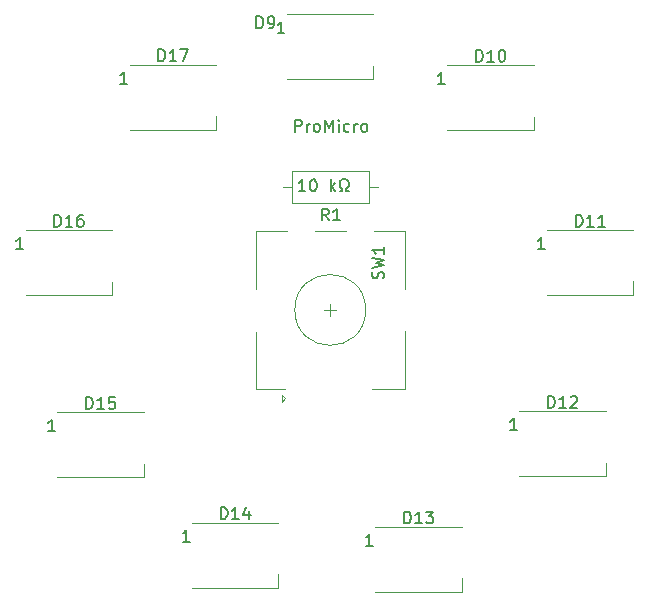
<source format=gto>
G04 #@! TF.GenerationSoftware,KiCad,Pcbnew,(6.0.0)*
G04 #@! TF.CreationDate,2021-12-30T22:01:47+01:00*
G04 #@! TF.ProjectId,VolumeKnob,566f6c75-6d65-44b6-9e6f-622e6b696361,rev?*
G04 #@! TF.SameCoordinates,Original*
G04 #@! TF.FileFunction,Legend,Top*
G04 #@! TF.FilePolarity,Positive*
%FSLAX46Y46*%
G04 Gerber Fmt 4.6, Leading zero omitted, Abs format (unit mm)*
G04 Created by KiCad (PCBNEW (6.0.0)) date 2021-12-30 22:01:47*
%MOMM*%
%LPD*%
G01*
G04 APERTURE LIST*
%ADD10C,0.150000*%
%ADD11C,0.120000*%
G04 APERTURE END LIST*
D10*
G04 #@! TO.C,U1*
X95966190Y-79142380D02*
X95966190Y-78142380D01*
X96347142Y-78142380D01*
X96442380Y-78190000D01*
X96490000Y-78237619D01*
X96537619Y-78332857D01*
X96537619Y-78475714D01*
X96490000Y-78570952D01*
X96442380Y-78618571D01*
X96347142Y-78666190D01*
X95966190Y-78666190D01*
X96966190Y-79142380D02*
X96966190Y-78475714D01*
X96966190Y-78666190D02*
X97013809Y-78570952D01*
X97061428Y-78523333D01*
X97156666Y-78475714D01*
X97251904Y-78475714D01*
X97728095Y-79142380D02*
X97632857Y-79094761D01*
X97585238Y-79047142D01*
X97537619Y-78951904D01*
X97537619Y-78666190D01*
X97585238Y-78570952D01*
X97632857Y-78523333D01*
X97728095Y-78475714D01*
X97870952Y-78475714D01*
X97966190Y-78523333D01*
X98013809Y-78570952D01*
X98061428Y-78666190D01*
X98061428Y-78951904D01*
X98013809Y-79047142D01*
X97966190Y-79094761D01*
X97870952Y-79142380D01*
X97728095Y-79142380D01*
X98490000Y-79142380D02*
X98490000Y-78142380D01*
X98823333Y-78856666D01*
X99156666Y-78142380D01*
X99156666Y-79142380D01*
X99632857Y-79142380D02*
X99632857Y-78475714D01*
X99632857Y-78142380D02*
X99585238Y-78190000D01*
X99632857Y-78237619D01*
X99680476Y-78190000D01*
X99632857Y-78142380D01*
X99632857Y-78237619D01*
X100537619Y-79094761D02*
X100442380Y-79142380D01*
X100251904Y-79142380D01*
X100156666Y-79094761D01*
X100109047Y-79047142D01*
X100061428Y-78951904D01*
X100061428Y-78666190D01*
X100109047Y-78570952D01*
X100156666Y-78523333D01*
X100251904Y-78475714D01*
X100442380Y-78475714D01*
X100537619Y-78523333D01*
X100966190Y-79142380D02*
X100966190Y-78475714D01*
X100966190Y-78666190D02*
X101013809Y-78570952D01*
X101061428Y-78523333D01*
X101156666Y-78475714D01*
X101251904Y-78475714D01*
X101728095Y-79142380D02*
X101632857Y-79094761D01*
X101585238Y-79047142D01*
X101537619Y-78951904D01*
X101537619Y-78666190D01*
X101585238Y-78570952D01*
X101632857Y-78523333D01*
X101728095Y-78475714D01*
X101870952Y-78475714D01*
X101966190Y-78523333D01*
X102013809Y-78570952D01*
X102061428Y-78666190D01*
X102061428Y-78951904D01*
X102013809Y-79047142D01*
X101966190Y-79094761D01*
X101870952Y-79142380D01*
X101728095Y-79142380D01*
G04 #@! TO.C,R1*
X98793333Y-86652380D02*
X98460000Y-86176190D01*
X98221904Y-86652380D02*
X98221904Y-85652380D01*
X98602857Y-85652380D01*
X98698095Y-85700000D01*
X98745714Y-85747619D01*
X98793333Y-85842857D01*
X98793333Y-85985714D01*
X98745714Y-86080952D01*
X98698095Y-86128571D01*
X98602857Y-86176190D01*
X98221904Y-86176190D01*
X99745714Y-86652380D02*
X99174285Y-86652380D01*
X99460000Y-86652380D02*
X99460000Y-85652380D01*
X99364761Y-85795238D01*
X99269523Y-85890476D01*
X99174285Y-85938095D01*
X96821428Y-84182380D02*
X96250000Y-84182380D01*
X96535714Y-84182380D02*
X96535714Y-83182380D01*
X96440476Y-83325238D01*
X96345238Y-83420476D01*
X96250000Y-83468095D01*
X97440476Y-83182380D02*
X97535714Y-83182380D01*
X97630952Y-83230000D01*
X97678571Y-83277619D01*
X97726190Y-83372857D01*
X97773809Y-83563333D01*
X97773809Y-83801428D01*
X97726190Y-83991904D01*
X97678571Y-84087142D01*
X97630952Y-84134761D01*
X97535714Y-84182380D01*
X97440476Y-84182380D01*
X97345238Y-84134761D01*
X97297619Y-84087142D01*
X97250000Y-83991904D01*
X97202380Y-83801428D01*
X97202380Y-83563333D01*
X97250000Y-83372857D01*
X97297619Y-83277619D01*
X97345238Y-83230000D01*
X97440476Y-83182380D01*
X98964285Y-84182380D02*
X98964285Y-83182380D01*
X99059523Y-83801428D02*
X99345238Y-84182380D01*
X99345238Y-83515714D02*
X98964285Y-83896666D01*
X99726190Y-84182380D02*
X99964285Y-84182380D01*
X99964285Y-83991904D01*
X99869047Y-83944285D01*
X99773809Y-83849047D01*
X99726190Y-83706190D01*
X99726190Y-83468095D01*
X99773809Y-83325238D01*
X99869047Y-83230000D01*
X100011904Y-83182380D01*
X100202380Y-83182380D01*
X100345238Y-83230000D01*
X100440476Y-83325238D01*
X100488095Y-83468095D01*
X100488095Y-83706190D01*
X100440476Y-83849047D01*
X100345238Y-83944285D01*
X100250000Y-83991904D01*
X100250000Y-84182380D01*
X100488095Y-84182380D01*
G04 #@! TO.C,SW1*
X103434761Y-91563333D02*
X103482380Y-91420476D01*
X103482380Y-91182380D01*
X103434761Y-91087142D01*
X103387142Y-91039523D01*
X103291904Y-90991904D01*
X103196666Y-90991904D01*
X103101428Y-91039523D01*
X103053809Y-91087142D01*
X103006190Y-91182380D01*
X102958571Y-91372857D01*
X102910952Y-91468095D01*
X102863333Y-91515714D01*
X102768095Y-91563333D01*
X102672857Y-91563333D01*
X102577619Y-91515714D01*
X102530000Y-91468095D01*
X102482380Y-91372857D01*
X102482380Y-91134761D01*
X102530000Y-90991904D01*
X102482380Y-90658571D02*
X103482380Y-90420476D01*
X102768095Y-90230000D01*
X103482380Y-90039523D01*
X102482380Y-89801428D01*
X103482380Y-88896666D02*
X103482380Y-89468095D01*
X103482380Y-89182380D02*
X102482380Y-89182380D01*
X102625238Y-89277619D01*
X102720476Y-89372857D01*
X102768095Y-89468095D01*
G04 #@! TO.C,D9*
X92681904Y-70382380D02*
X92681904Y-69382380D01*
X92920000Y-69382380D01*
X93062857Y-69430000D01*
X93158095Y-69525238D01*
X93205714Y-69620476D01*
X93253333Y-69810952D01*
X93253333Y-69953809D01*
X93205714Y-70144285D01*
X93158095Y-70239523D01*
X93062857Y-70334761D01*
X92920000Y-70382380D01*
X92681904Y-70382380D01*
X93729523Y-70382380D02*
X93920000Y-70382380D01*
X94015238Y-70334761D01*
X94062857Y-70287142D01*
X94158095Y-70144285D01*
X94205714Y-69953809D01*
X94205714Y-69572857D01*
X94158095Y-69477619D01*
X94110476Y-69430000D01*
X94015238Y-69382380D01*
X93824761Y-69382380D01*
X93729523Y-69430000D01*
X93681904Y-69477619D01*
X93634285Y-69572857D01*
X93634285Y-69810952D01*
X93681904Y-69906190D01*
X93729523Y-69953809D01*
X93824761Y-70001428D01*
X94015238Y-70001428D01*
X94110476Y-69953809D01*
X94158095Y-69906190D01*
X94205714Y-69810952D01*
X95055714Y-70822380D02*
X94484285Y-70822380D01*
X94770000Y-70822380D02*
X94770000Y-69822380D01*
X94674761Y-69965238D01*
X94579523Y-70060476D01*
X94484285Y-70108095D01*
G04 #@! TO.C,D10*
X111275714Y-73212380D02*
X111275714Y-72212380D01*
X111513809Y-72212380D01*
X111656666Y-72260000D01*
X111751904Y-72355238D01*
X111799523Y-72450476D01*
X111847142Y-72640952D01*
X111847142Y-72783809D01*
X111799523Y-72974285D01*
X111751904Y-73069523D01*
X111656666Y-73164761D01*
X111513809Y-73212380D01*
X111275714Y-73212380D01*
X112799523Y-73212380D02*
X112228095Y-73212380D01*
X112513809Y-73212380D02*
X112513809Y-72212380D01*
X112418571Y-72355238D01*
X112323333Y-72450476D01*
X112228095Y-72498095D01*
X113418571Y-72212380D02*
X113513809Y-72212380D01*
X113609047Y-72260000D01*
X113656666Y-72307619D01*
X113704285Y-72402857D01*
X113751904Y-72593333D01*
X113751904Y-72831428D01*
X113704285Y-73021904D01*
X113656666Y-73117142D01*
X113609047Y-73164761D01*
X113513809Y-73212380D01*
X113418571Y-73212380D01*
X113323333Y-73164761D01*
X113275714Y-73117142D01*
X113228095Y-73021904D01*
X113180476Y-72831428D01*
X113180476Y-72593333D01*
X113228095Y-72402857D01*
X113275714Y-72307619D01*
X113323333Y-72260000D01*
X113418571Y-72212380D01*
X108625714Y-75112380D02*
X108054285Y-75112380D01*
X108340000Y-75112380D02*
X108340000Y-74112380D01*
X108244761Y-74255238D01*
X108149523Y-74350476D01*
X108054285Y-74398095D01*
G04 #@! TO.C,D11*
X119725714Y-87172380D02*
X119725714Y-86172380D01*
X119963809Y-86172380D01*
X120106666Y-86220000D01*
X120201904Y-86315238D01*
X120249523Y-86410476D01*
X120297142Y-86600952D01*
X120297142Y-86743809D01*
X120249523Y-86934285D01*
X120201904Y-87029523D01*
X120106666Y-87124761D01*
X119963809Y-87172380D01*
X119725714Y-87172380D01*
X121249523Y-87172380D02*
X120678095Y-87172380D01*
X120963809Y-87172380D02*
X120963809Y-86172380D01*
X120868571Y-86315238D01*
X120773333Y-86410476D01*
X120678095Y-86458095D01*
X122201904Y-87172380D02*
X121630476Y-87172380D01*
X121916190Y-87172380D02*
X121916190Y-86172380D01*
X121820952Y-86315238D01*
X121725714Y-86410476D01*
X121630476Y-86458095D01*
X117075714Y-89072380D02*
X116504285Y-89072380D01*
X116790000Y-89072380D02*
X116790000Y-88072380D01*
X116694761Y-88215238D01*
X116599523Y-88310476D01*
X116504285Y-88358095D01*
G04 #@! TO.C,D12*
X117385714Y-102522380D02*
X117385714Y-101522380D01*
X117623809Y-101522380D01*
X117766666Y-101570000D01*
X117861904Y-101665238D01*
X117909523Y-101760476D01*
X117957142Y-101950952D01*
X117957142Y-102093809D01*
X117909523Y-102284285D01*
X117861904Y-102379523D01*
X117766666Y-102474761D01*
X117623809Y-102522380D01*
X117385714Y-102522380D01*
X118909523Y-102522380D02*
X118338095Y-102522380D01*
X118623809Y-102522380D02*
X118623809Y-101522380D01*
X118528571Y-101665238D01*
X118433333Y-101760476D01*
X118338095Y-101808095D01*
X119290476Y-101617619D02*
X119338095Y-101570000D01*
X119433333Y-101522380D01*
X119671428Y-101522380D01*
X119766666Y-101570000D01*
X119814285Y-101617619D01*
X119861904Y-101712857D01*
X119861904Y-101808095D01*
X119814285Y-101950952D01*
X119242857Y-102522380D01*
X119861904Y-102522380D01*
X114735714Y-104422380D02*
X114164285Y-104422380D01*
X114450000Y-104422380D02*
X114450000Y-103422380D01*
X114354761Y-103565238D01*
X114259523Y-103660476D01*
X114164285Y-103708095D01*
G04 #@! TO.C,D13*
X105185714Y-112302380D02*
X105185714Y-111302380D01*
X105423809Y-111302380D01*
X105566666Y-111350000D01*
X105661904Y-111445238D01*
X105709523Y-111540476D01*
X105757142Y-111730952D01*
X105757142Y-111873809D01*
X105709523Y-112064285D01*
X105661904Y-112159523D01*
X105566666Y-112254761D01*
X105423809Y-112302380D01*
X105185714Y-112302380D01*
X106709523Y-112302380D02*
X106138095Y-112302380D01*
X106423809Y-112302380D02*
X106423809Y-111302380D01*
X106328571Y-111445238D01*
X106233333Y-111540476D01*
X106138095Y-111588095D01*
X107042857Y-111302380D02*
X107661904Y-111302380D01*
X107328571Y-111683333D01*
X107471428Y-111683333D01*
X107566666Y-111730952D01*
X107614285Y-111778571D01*
X107661904Y-111873809D01*
X107661904Y-112111904D01*
X107614285Y-112207142D01*
X107566666Y-112254761D01*
X107471428Y-112302380D01*
X107185714Y-112302380D01*
X107090476Y-112254761D01*
X107042857Y-112207142D01*
X102535714Y-114202380D02*
X101964285Y-114202380D01*
X102250000Y-114202380D02*
X102250000Y-113202380D01*
X102154761Y-113345238D01*
X102059523Y-113440476D01*
X101964285Y-113488095D01*
G04 #@! TO.C,D14*
X89665714Y-111942380D02*
X89665714Y-110942380D01*
X89903809Y-110942380D01*
X90046666Y-110990000D01*
X90141904Y-111085238D01*
X90189523Y-111180476D01*
X90237142Y-111370952D01*
X90237142Y-111513809D01*
X90189523Y-111704285D01*
X90141904Y-111799523D01*
X90046666Y-111894761D01*
X89903809Y-111942380D01*
X89665714Y-111942380D01*
X91189523Y-111942380D02*
X90618095Y-111942380D01*
X90903809Y-111942380D02*
X90903809Y-110942380D01*
X90808571Y-111085238D01*
X90713333Y-111180476D01*
X90618095Y-111228095D01*
X92046666Y-111275714D02*
X92046666Y-111942380D01*
X91808571Y-110894761D02*
X91570476Y-111609047D01*
X92189523Y-111609047D01*
X87015714Y-113842380D02*
X86444285Y-113842380D01*
X86730000Y-113842380D02*
X86730000Y-112842380D01*
X86634761Y-112985238D01*
X86539523Y-113080476D01*
X86444285Y-113128095D01*
G04 #@! TO.C,D15*
X78265714Y-102612380D02*
X78265714Y-101612380D01*
X78503809Y-101612380D01*
X78646666Y-101660000D01*
X78741904Y-101755238D01*
X78789523Y-101850476D01*
X78837142Y-102040952D01*
X78837142Y-102183809D01*
X78789523Y-102374285D01*
X78741904Y-102469523D01*
X78646666Y-102564761D01*
X78503809Y-102612380D01*
X78265714Y-102612380D01*
X79789523Y-102612380D02*
X79218095Y-102612380D01*
X79503809Y-102612380D02*
X79503809Y-101612380D01*
X79408571Y-101755238D01*
X79313333Y-101850476D01*
X79218095Y-101898095D01*
X80694285Y-101612380D02*
X80218095Y-101612380D01*
X80170476Y-102088571D01*
X80218095Y-102040952D01*
X80313333Y-101993333D01*
X80551428Y-101993333D01*
X80646666Y-102040952D01*
X80694285Y-102088571D01*
X80741904Y-102183809D01*
X80741904Y-102421904D01*
X80694285Y-102517142D01*
X80646666Y-102564761D01*
X80551428Y-102612380D01*
X80313333Y-102612380D01*
X80218095Y-102564761D01*
X80170476Y-102517142D01*
X75615714Y-104512380D02*
X75044285Y-104512380D01*
X75330000Y-104512380D02*
X75330000Y-103512380D01*
X75234761Y-103655238D01*
X75139523Y-103750476D01*
X75044285Y-103798095D01*
G04 #@! TO.C,D16*
X75575714Y-87182380D02*
X75575714Y-86182380D01*
X75813809Y-86182380D01*
X75956666Y-86230000D01*
X76051904Y-86325238D01*
X76099523Y-86420476D01*
X76147142Y-86610952D01*
X76147142Y-86753809D01*
X76099523Y-86944285D01*
X76051904Y-87039523D01*
X75956666Y-87134761D01*
X75813809Y-87182380D01*
X75575714Y-87182380D01*
X77099523Y-87182380D02*
X76528095Y-87182380D01*
X76813809Y-87182380D02*
X76813809Y-86182380D01*
X76718571Y-86325238D01*
X76623333Y-86420476D01*
X76528095Y-86468095D01*
X77956666Y-86182380D02*
X77766190Y-86182380D01*
X77670952Y-86230000D01*
X77623333Y-86277619D01*
X77528095Y-86420476D01*
X77480476Y-86610952D01*
X77480476Y-86991904D01*
X77528095Y-87087142D01*
X77575714Y-87134761D01*
X77670952Y-87182380D01*
X77861428Y-87182380D01*
X77956666Y-87134761D01*
X78004285Y-87087142D01*
X78051904Y-86991904D01*
X78051904Y-86753809D01*
X78004285Y-86658571D01*
X77956666Y-86610952D01*
X77861428Y-86563333D01*
X77670952Y-86563333D01*
X77575714Y-86610952D01*
X77528095Y-86658571D01*
X77480476Y-86753809D01*
X72925714Y-89082380D02*
X72354285Y-89082380D01*
X72640000Y-89082380D02*
X72640000Y-88082380D01*
X72544761Y-88225238D01*
X72449523Y-88320476D01*
X72354285Y-88368095D01*
G04 #@! TO.C,D17*
X84375714Y-73172380D02*
X84375714Y-72172380D01*
X84613809Y-72172380D01*
X84756666Y-72220000D01*
X84851904Y-72315238D01*
X84899523Y-72410476D01*
X84947142Y-72600952D01*
X84947142Y-72743809D01*
X84899523Y-72934285D01*
X84851904Y-73029523D01*
X84756666Y-73124761D01*
X84613809Y-73172380D01*
X84375714Y-73172380D01*
X85899523Y-73172380D02*
X85328095Y-73172380D01*
X85613809Y-73172380D02*
X85613809Y-72172380D01*
X85518571Y-72315238D01*
X85423333Y-72410476D01*
X85328095Y-72458095D01*
X86232857Y-72172380D02*
X86899523Y-72172380D01*
X86470952Y-73172380D01*
X81725714Y-75072380D02*
X81154285Y-75072380D01*
X81440000Y-75072380D02*
X81440000Y-74072380D01*
X81344761Y-74215238D01*
X81249523Y-74310476D01*
X81154285Y-74358095D01*
D11*
G04 #@! TO.C,R1*
X102230000Y-85200000D02*
X102230000Y-82460000D01*
X95690000Y-85200000D02*
X102230000Y-85200000D01*
X95690000Y-82460000D02*
X95690000Y-85200000D01*
X102230000Y-82460000D02*
X95690000Y-82460000D01*
X94920000Y-83830000D02*
X95690000Y-83830000D01*
X103000000Y-83830000D02*
X102230000Y-83830000D01*
G04 #@! TO.C,SW1*
X98930000Y-94730000D02*
X98930000Y-93730000D01*
X92630000Y-92430000D02*
X92630000Y-87530000D01*
X94830000Y-102030000D02*
X94830000Y-101430000D01*
X92630000Y-87530000D02*
X95230000Y-87530000D01*
X92630000Y-100930000D02*
X95130000Y-100930000D01*
X95130000Y-101730000D02*
X94830000Y-102030000D01*
X97630000Y-87530000D02*
X100230000Y-87530000D01*
X94830000Y-101430000D02*
X95130000Y-101730000D01*
X105230000Y-100930000D02*
X102430000Y-100930000D01*
X92630000Y-96130000D02*
X92630000Y-100930000D01*
X102630000Y-87530000D02*
X105230000Y-87530000D01*
X105230000Y-96030000D02*
X105230000Y-100930000D01*
X105230000Y-87530000D02*
X105230000Y-92430000D01*
X98430000Y-94230000D02*
X99430000Y-94230000D01*
X101930000Y-94230000D02*
G75*
G03*
X101930000Y-94230000I-3000000J0D01*
G01*
G04 #@! TO.C,D9*
X102570000Y-74720000D02*
X102570000Y-73570000D01*
X95270000Y-69220000D02*
X102570000Y-69220000D01*
X95270000Y-74720000D02*
X102570000Y-74720000D01*
G04 #@! TO.C,D10*
X108840000Y-73510000D02*
X116140000Y-73510000D01*
X108840000Y-79010000D02*
X116140000Y-79010000D01*
X116140000Y-79010000D02*
X116140000Y-77860000D01*
G04 #@! TO.C,D11*
X124590000Y-92970000D02*
X124590000Y-91820000D01*
X117290000Y-87470000D02*
X124590000Y-87470000D01*
X117290000Y-92970000D02*
X124590000Y-92970000D01*
G04 #@! TO.C,D12*
X114950000Y-102820000D02*
X122250000Y-102820000D01*
X122250000Y-108320000D02*
X122250000Y-107170000D01*
X114950000Y-108320000D02*
X122250000Y-108320000D01*
G04 #@! TO.C,D13*
X102750000Y-118100000D02*
X110050000Y-118100000D01*
X102750000Y-112600000D02*
X110050000Y-112600000D01*
X110050000Y-118100000D02*
X110050000Y-116950000D01*
G04 #@! TO.C,D14*
X87230000Y-117740000D02*
X94530000Y-117740000D01*
X94530000Y-117740000D02*
X94530000Y-116590000D01*
X87230000Y-112240000D02*
X94530000Y-112240000D01*
G04 #@! TO.C,D15*
X83130000Y-108410000D02*
X83130000Y-107260000D01*
X75830000Y-102910000D02*
X83130000Y-102910000D01*
X75830000Y-108410000D02*
X83130000Y-108410000D01*
G04 #@! TO.C,D16*
X73140000Y-87480000D02*
X80440000Y-87480000D01*
X73140000Y-92980000D02*
X80440000Y-92980000D01*
X80440000Y-92980000D02*
X80440000Y-91830000D01*
G04 #@! TO.C,D17*
X81940000Y-78970000D02*
X89240000Y-78970000D01*
X89240000Y-78970000D02*
X89240000Y-77820000D01*
X81940000Y-73470000D02*
X89240000Y-73470000D01*
G04 #@! TD*
M02*

</source>
